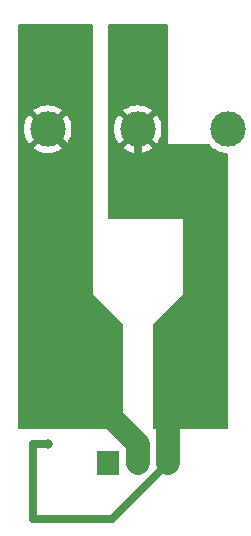
<source format=gbr>
%TF.GenerationSoftware,KiCad,Pcbnew,7.0.2*%
%TF.CreationDate,2023-05-24T19:56:16+02:00*%
%TF.ProjectId,Einschaltstrombegrenzung,45696e73-6368-4616-9c74-7374726f6d62,rev?*%
%TF.SameCoordinates,Original*%
%TF.FileFunction,Copper,L2,Bot*%
%TF.FilePolarity,Positive*%
%FSLAX46Y46*%
G04 Gerber Fmt 4.6, Leading zero omitted, Abs format (unit mm)*
G04 Created by KiCad (PCBNEW 7.0.2) date 2023-05-24 19:56:16*
%MOMM*%
%LPD*%
G01*
G04 APERTURE LIST*
%TA.AperFunction,ComponentPad*%
%ADD10C,3.000000*%
%TD*%
%TA.AperFunction,ComponentPad*%
%ADD11R,1.905000X2.000000*%
%TD*%
%TA.AperFunction,ComponentPad*%
%ADD12O,1.905000X2.000000*%
%TD*%
%TA.AperFunction,ViaPad*%
%ADD13C,0.800000*%
%TD*%
%TA.AperFunction,Conductor*%
%ADD14C,0.700000*%
%TD*%
%TA.AperFunction,Conductor*%
%ADD15C,2.000000*%
%TD*%
G04 APERTURE END LIST*
D10*
%TO.P,J2,1,Pin_1*%
%TO.N,+24V*%
X144780000Y-74930000D03*
%TO.P,J2,2,Pin_2*%
%TO.N,GND*%
X137160000Y-74930000D03*
%TO.P,J2,3,Pin_3*%
%TO.N,GND1*%
X129540000Y-74930000D03*
%TD*%
D11*
%TO.P,Q1,1,G*%
%TO.N,Net-(Q1-G)*%
X134620000Y-103210000D03*
D12*
%TO.P,Q1,2,D*%
%TO.N,GND1*%
X137160000Y-103210000D03*
%TO.P,Q1,3,S*%
%TO.N,GND*%
X139700000Y-103210000D03*
%TD*%
D13*
%TO.N,GND*%
X129540000Y-101600000D03*
%TD*%
D14*
%TO.N,GND1*%
X132080000Y-77470000D02*
X129540000Y-74930000D01*
X132080000Y-99060000D02*
X132080000Y-77470000D01*
%TO.N,GND*%
X143510000Y-80010000D02*
X143510000Y-95250000D01*
X143510000Y-95250000D02*
X139700000Y-99060000D01*
X137160000Y-80010000D02*
X143510000Y-80010000D01*
X137160000Y-74930000D02*
X137160000Y-80010000D01*
X128270000Y-107950000D02*
X128270000Y-101600000D01*
X139700000Y-103210000D02*
X134960000Y-107950000D01*
X128270000Y-101600000D02*
X129540000Y-101600000D01*
X134960000Y-107950000D02*
X128270000Y-107950000D01*
D15*
X139700000Y-99060000D02*
X139700000Y-103210000D01*
%TO.N,GND1*%
X134620000Y-99060000D02*
X137160000Y-101600000D01*
X132080000Y-99060000D02*
X134620000Y-99060000D01*
X137160000Y-101600000D02*
X137160000Y-103210000D01*
%TD*%
%TA.AperFunction,Conductor*%
%TO.N,GND1*%
G36*
X133293039Y-66060185D02*
G01*
X133338794Y-66112989D01*
X133350000Y-66164500D01*
X133350000Y-88900000D01*
X135853681Y-91403681D01*
X135887166Y-91465004D01*
X135890000Y-91491362D01*
X135890000Y-100206000D01*
X135870315Y-100273039D01*
X135817511Y-100318794D01*
X135766000Y-100330000D01*
X127124000Y-100330000D01*
X127056961Y-100310315D01*
X127011206Y-100257511D01*
X127000000Y-100206000D01*
X127000000Y-74929999D01*
X127534890Y-74929999D01*
X127555300Y-75215357D01*
X127616111Y-75494902D01*
X127716088Y-75762952D01*
X127853193Y-76014042D01*
X127959883Y-76156562D01*
X128937452Y-75178993D01*
X128947188Y-75208956D01*
X129035186Y-75347619D01*
X129154903Y-75460040D01*
X129289510Y-75534041D01*
X128313436Y-76510115D01*
X128455958Y-76616806D01*
X128707047Y-76753911D01*
X128975097Y-76853888D01*
X129254642Y-76914699D01*
X129539999Y-76935109D01*
X129825357Y-76914699D01*
X130104902Y-76853888D01*
X130372952Y-76753911D01*
X130624041Y-76616806D01*
X130766562Y-76510115D01*
X129787534Y-75531086D01*
X129855629Y-75504126D01*
X129988492Y-75407595D01*
X130093175Y-75281055D01*
X130141631Y-75178078D01*
X131120115Y-76156562D01*
X131226806Y-76014041D01*
X131363911Y-75762952D01*
X131463888Y-75494902D01*
X131524699Y-75215357D01*
X131545109Y-74930000D01*
X131524699Y-74644642D01*
X131463888Y-74365097D01*
X131363911Y-74097047D01*
X131226806Y-73845958D01*
X131120115Y-73703436D01*
X130142546Y-74681004D01*
X130132812Y-74651044D01*
X130044814Y-74512381D01*
X129925097Y-74399960D01*
X129790488Y-74325957D01*
X130766562Y-73349883D01*
X130624042Y-73243193D01*
X130372952Y-73106088D01*
X130104902Y-73006111D01*
X129825357Y-72945300D01*
X129540000Y-72924890D01*
X129254642Y-72945300D01*
X128975097Y-73006111D01*
X128707047Y-73106088D01*
X128455954Y-73243195D01*
X128313437Y-73349882D01*
X128313436Y-73349883D01*
X129292466Y-74328912D01*
X129224371Y-74355874D01*
X129091508Y-74452405D01*
X128986825Y-74578945D01*
X128938368Y-74681921D01*
X127959883Y-73703436D01*
X127959882Y-73703437D01*
X127853195Y-73845954D01*
X127716088Y-74097047D01*
X127616111Y-74365097D01*
X127555300Y-74644642D01*
X127534890Y-74929999D01*
X127000000Y-74929999D01*
X127000000Y-66164500D01*
X127019685Y-66097461D01*
X127072489Y-66051706D01*
X127124000Y-66040500D01*
X133226000Y-66040500D01*
X133293039Y-66060185D01*
G37*
%TD.AperFunction*%
%TD*%
%TA.AperFunction,Conductor*%
%TO.N,GND*%
G36*
X139643039Y-66060185D02*
G01*
X139688794Y-66112989D01*
X139700000Y-66164499D01*
X139700000Y-76200000D01*
X143169706Y-76200000D01*
X143236745Y-76219685D01*
X143256780Y-76238333D01*
X143257990Y-76237124D01*
X143264261Y-76243395D01*
X143466605Y-76445739D01*
X143638414Y-76574354D01*
X143695686Y-76617227D01*
X143835435Y-76693535D01*
X143946839Y-76754367D01*
X144214954Y-76854369D01*
X144214957Y-76854369D01*
X144214958Y-76854370D01*
X144254756Y-76863027D01*
X144494572Y-76915196D01*
X144664848Y-76927374D01*
X144730310Y-76951790D01*
X144772182Y-77007723D01*
X144780000Y-77051057D01*
X144780000Y-100206000D01*
X144760315Y-100273039D01*
X144707511Y-100318794D01*
X144656000Y-100330000D01*
X138554000Y-100330000D01*
X138486961Y-100310315D01*
X138441206Y-100257511D01*
X138430000Y-100206000D01*
X138430000Y-91491361D01*
X138449685Y-91424322D01*
X138466314Y-91403685D01*
X140970000Y-88900000D01*
X140970000Y-82550000D01*
X134744000Y-82550000D01*
X134676961Y-82530315D01*
X134631206Y-82477511D01*
X134620000Y-82426000D01*
X134620000Y-74929999D01*
X135154890Y-74929999D01*
X135175300Y-75215357D01*
X135236111Y-75494902D01*
X135336088Y-75762952D01*
X135473193Y-76014042D01*
X135579883Y-76156562D01*
X136557452Y-75178993D01*
X136567188Y-75208956D01*
X136655186Y-75347619D01*
X136774903Y-75460040D01*
X136909510Y-75534041D01*
X135933436Y-76510115D01*
X136075958Y-76616806D01*
X136327047Y-76753911D01*
X136595097Y-76853888D01*
X136874642Y-76914699D01*
X137160000Y-76935109D01*
X137445357Y-76914699D01*
X137724902Y-76853888D01*
X137992952Y-76753911D01*
X138244041Y-76616806D01*
X138386562Y-76510115D01*
X137407534Y-75531086D01*
X137475629Y-75504126D01*
X137608492Y-75407595D01*
X137713175Y-75281055D01*
X137761631Y-75178078D01*
X138740115Y-76156562D01*
X138846806Y-76014041D01*
X138983911Y-75762952D01*
X139083888Y-75494902D01*
X139144699Y-75215357D01*
X139165109Y-74930000D01*
X139144699Y-74644642D01*
X139083888Y-74365097D01*
X138983911Y-74097047D01*
X138846806Y-73845958D01*
X138740115Y-73703436D01*
X137762546Y-74681004D01*
X137752812Y-74651044D01*
X137664814Y-74512381D01*
X137545097Y-74399960D01*
X137410488Y-74325957D01*
X138386562Y-73349883D01*
X138244042Y-73243193D01*
X137992952Y-73106088D01*
X137724902Y-73006111D01*
X137445357Y-72945300D01*
X137160000Y-72924890D01*
X136874642Y-72945300D01*
X136595097Y-73006111D01*
X136327047Y-73106088D01*
X136075954Y-73243195D01*
X135933437Y-73349882D01*
X135933436Y-73349883D01*
X136912466Y-74328912D01*
X136844371Y-74355874D01*
X136711508Y-74452405D01*
X136606825Y-74578945D01*
X136558368Y-74681921D01*
X135579883Y-73703436D01*
X135579882Y-73703437D01*
X135473195Y-73845954D01*
X135336088Y-74097047D01*
X135236111Y-74365097D01*
X135175300Y-74644642D01*
X135154890Y-74929999D01*
X134620000Y-74929999D01*
X134620000Y-66164500D01*
X134639685Y-66097461D01*
X134692489Y-66051706D01*
X134744000Y-66040500D01*
X139576000Y-66040500D01*
X139643039Y-66060185D01*
G37*
%TD.AperFunction*%
%TD*%
M02*

</source>
